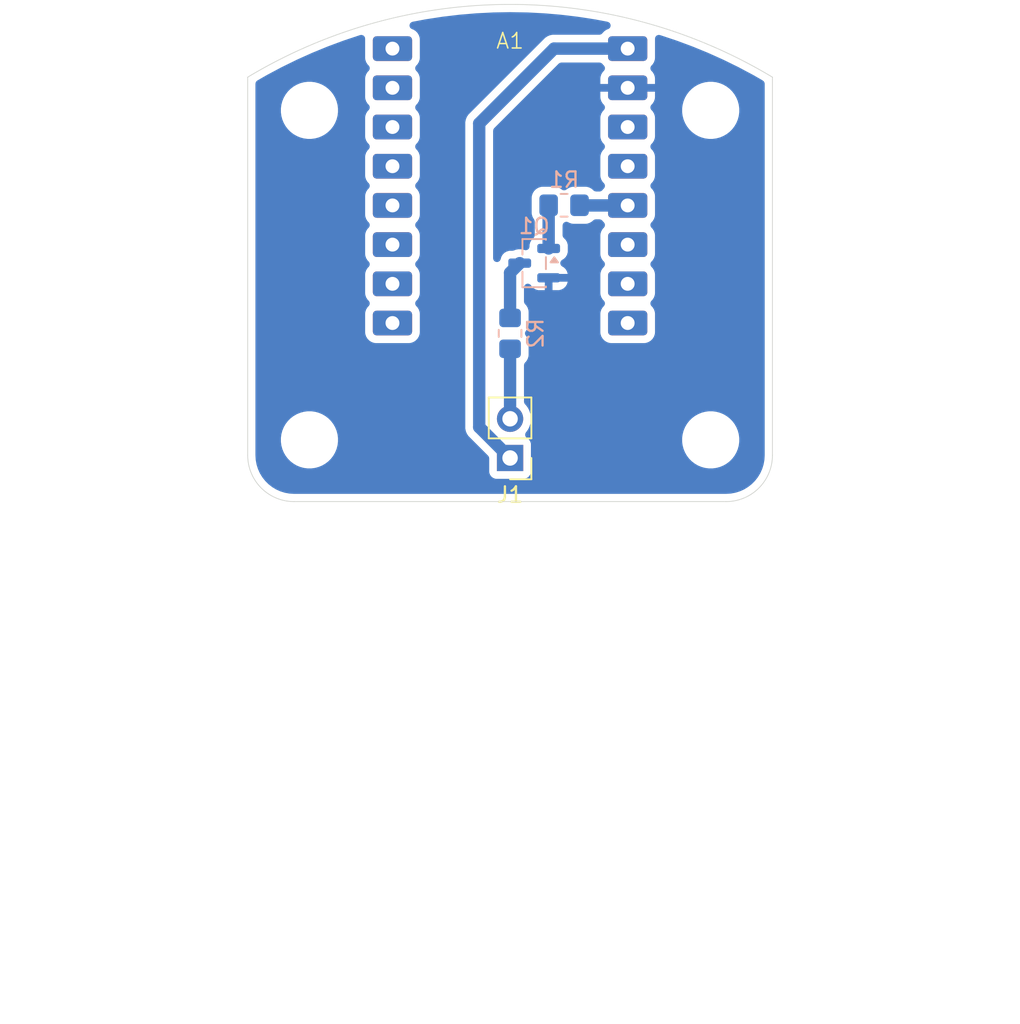
<source format=kicad_pcb>
(kicad_pcb (version 20241229) (generator "pcbnew") (generator_version "9.0")
  (title_block (title "Mini Christmas Tree Light Controller") (date "2025-12-02") (company "Perry Leumas"))
  (layers (0 "F.Cu" signal) (2 "B.Cu" signal) (13 "F.Paste" user) (15 "B.Paste" user) (5 "F.SilkS" user "F.Silkscreen") (7 "B.SilkS" user "B.Silkscreen") (1 "F.Mask" user) (3 "B.Mask" user) (25 "Edge.Cuts" user))
  (net 0 "")
  (net 6 "+5V")
  (net 7 "GND")
  (net 14 "Net-(J1-Pin_2)")
  (net 15 "Net-(Q1-B)")
  (net 16 "Net-(Q1-C)")
  (net 17 "/LED_STRING_CTRL")
  (footprint "MountingHole:MountingHole_3.2mm_M3" (layer "F.Cu") (at 127 95.5)
    (property "Reference" "H3" (hide yes))
    (property "Value" "MountingHole" (hide yes))
    (pad "" np_thru_hole circle (at 0 0) (size 3.2 3.2) (drill 3.2) (layers "*.Cu" "*.Mask"))
  )
  (footprint "Connector_PinHeader_2.54mm:PinHeader_1x02_P2.54mm_Vertical" (layer "F.Cu") (at 140 96.675 180)
    (property "Reference" "J1" (at 0 -2.38 0) (layer "F.SilkS"))
    (property "Value" "Conn_01x02")
    (fp_line (start 1.38 1.27) (end 1.38 3.92) (stroke (width 0.12)) (layer "F.SilkS"))
    (fp_line (start -1.38 3.92) (end 1.38 3.92) (stroke (width 0.12)) (layer "F.SilkS"))
    (fp_line (start -1.38 1.27) (end 1.38 1.27) (stroke (width 0.12)) (layer "F.SilkS"))
    (fp_line (start -1.38 1.27) (end -1.38 3.92) (stroke (width 0.12)) (layer "F.SilkS"))
    (fp_line (start -1.38 0) (end -1.38 -1.38) (stroke (width 0.12)) (layer "F.SilkS"))
    (fp_line (start -1.38 -1.38) (end 0 -1.38) (stroke (width 0.12)) (layer "F.SilkS"))
    (pad "1" thru_hole rect (at 0 0 180) (size 1.7 1.7) (drill 1) (layers "*.Cu" "*.Mask") (net 6 "+5V"))
    (pad "2" thru_hole circle (at 0 2.54 180) (size 1.7 1.7) (drill 1) (layers "*.Cu" "*.Mask") (net 14 "Net-(J1-Pin_2)"))
  )
  (footprint "MountingHole:MountingHole_3.2mm_M3" (layer "F.Cu") (at 127 74.15)
    (property "Reference" "H1" (hide yes))
    (property "Value" "MountingHole" (hide yes))
    (pad "" np_thru_hole circle (at 0 0) (size 3.2 3.2) (drill 3.2) (layers "*.Cu" "*.Mask"))
  )
  (footprint "MountingHole:MountingHole_3.2mm_M3" (layer "F.Cu") (at 153 95.5)
    (property "Reference" "H4" (hide yes))
    (property "Value" "MountingHole" (hide yes))
    (pad "" np_thru_hole circle (at 0 0) (size 3.2 3.2) (drill 3.2) (layers "*.Cu" "*.Mask"))
  )
  (footprint "MountingHole:MountingHole_3.2mm_M3" (layer "F.Cu") (at 153 74.15)
    (property "Reference" "H2" (hide yes))
    (property "Value" "MountingHole" (hide yes))
    (pad "" np_thru_hole circle (at 0 0) (size 3.2 3.2) (drill 3.2) (layers "*.Cu" "*.Mask"))
  )
  (footprint "ESP32-C3_SuperMini:ESP32-C3 Super Mini" (layer "F.Cu") (at 140 70.15)
    (property "Reference" "A1" (at 0 -0.5 0) (layer "F.SilkS") (effects (font (thickness 0.1))))
    (property "Value" "ESP-C3 Super Mini")
    (pad "1" thru_hole roundrect (at -7.62 0) (size 2.54 1.6) (drill 0.9) (layers "*.Cu" "*.Mask") (roundrect_rratio 0.15))
    (pad "2" thru_hole roundrect (at -7.62 2.54) (size 2.54 1.6) (drill 0.9) (layers "*.Cu" "*.Mask") (roundrect_rratio 0.15))
    (pad "3" thru_hole roundrect (at -7.62 5.08) (size 2.54 1.6) (drill 0.9) (layers "*.Cu" "*.Mask") (roundrect_rratio 0.15))
    (pad "4" thru_hole roundrect (at -7.62 7.62) (size 2.54 1.6) (drill 0.9) (layers "*.Cu" "*.Mask") (roundrect_rratio 0.15))
    (pad "5" thru_hole roundrect (at -7.62 10.16) (size 2.54 1.6) (drill 0.9) (layers "*.Cu" "*.Mask") (roundrect_rratio 0.15))
    (pad "6" thru_hole roundrect (at -7.62 12.7) (size 2.54 1.6) (drill 0.9) (layers "*.Cu" "*.Mask") (roundrect_rratio 0.15))
    (pad "7" thru_hole roundrect (at -7.62 15.24) (size 2.54 1.6) (drill 0.9) (layers "*.Cu" "*.Mask") (roundrect_rratio 0.15))
    (pad "8" thru_hole roundrect (at -7.62 17.78) (size 2.54 1.6) (drill 0.9) (layers "*.Cu" "*.Mask") (roundrect_rratio 0.15))
    (pad "9" thru_hole roundrect (at 7.62 17.78) (size 2.54 1.6) (drill 0.9) (layers "*.Cu" "*.Mask") (roundrect_rratio 0.15))
    (pad "10" thru_hole roundrect (at 7.62 15.24) (size 2.54 1.6) (drill 0.9) (layers "*.Cu" "*.Mask") (roundrect_rratio 0.15))
    (pad "11" thru_hole roundrect (at 7.62 12.7) (size 2.54 1.6) (drill 0.9) (layers "*.Cu" "*.Mask") (roundrect_rratio 0.15))
    (pad "12" thru_hole roundrect (at 7.62 10.16) (size 2.54 1.6) (drill 0.9) (layers "*.Cu" "*.Mask") (roundrect_rratio 0.15) (net 17 "/LED_STRING_CTRL"))
    (pad "13" thru_hole roundrect (at 7.62 7.62) (size 2.54 1.6) (drill 0.9) (layers "*.Cu" "*.Mask") (roundrect_rratio 0.15))
    (pad "14" thru_hole roundrect (at 7.62 5.08) (size 2.54 1.6) (drill 0.9) (layers "*.Cu" "*.Mask") (roundrect_rratio 0.15))
    (pad "15" thru_hole roundrect (at 7.62 2.54) (size 2.54 1.6) (drill 0.9) (layers "*.Cu" "*.Mask") (roundrect_rratio 0.15) (net 7 "GND"))
    (pad "16" thru_hole roundrect (at 7.62 0) (size 2.54 1.6) (drill 0.9) (layers "*.Cu" "*.Mask") (roundrect_rratio 0.15) (net 6 "+5V"))
  )
  (footprint "Resistor_SMD:R_0805_2012Metric_Pad1.20x1.40mm_HandSolder" (layer "B.Cu") (at 143.5 80.3 180)
    (property "Reference" "R1" (at 0 1.65 0) (layer "B.SilkS") (effects (justify mirror)))
    (property "Value" "R")
    (fp_line (start -0.227064 0.735) (end 0.227064 0.735) (stroke (width 0.12)) (layer "B.SilkS"))
    (fp_line (start -0.227064 -0.735) (end 0.227064 -0.735) (stroke (width 0.12)) (layer "B.SilkS"))
    (pad "1" smd roundrect (at -1 0 180) (size 1.2 1.4) (layers "B.Cu" "B.Mask" "B.Paste") (roundrect_rratio 0.208333) (net 17 "/LED_STRING_CTRL"))
    (pad "2" smd roundrect (at 1 0 180) (size 1.2 1.4) (layers "B.Cu" "B.Mask" "B.Paste") (roundrect_rratio 0.208333) (net 15 "Net-(Q1-B)"))
  )
  (footprint "Resistor_SMD:R_0805_2012Metric_Pad1.20x1.40mm_HandSolder" (layer "B.Cu") (at 140 88.6 90)
    (property "Reference" "R2" (at 0 1.65 90) (layer "B.SilkS") (effects (justify mirror)))
    (property "Value" "R")
    (fp_line (start -0.227064 -0.735) (end 0.227064 -0.735) (stroke (width 0.12)) (layer "B.SilkS"))
    (fp_line (start -0.227064 0.735) (end 0.227064 0.735) (stroke (width 0.12)) (layer "B.SilkS"))
    (pad "1" smd roundrect (at -1 0 90) (size 1.2 1.4) (layers "B.Cu" "B.Mask" "B.Paste") (roundrect_rratio 0.208333) (net 14 "Net-(J1-Pin_2)"))
    (pad "2" smd roundrect (at 1 0 90) (size 1.2 1.4) (layers "B.Cu" "B.Mask" "B.Paste") (roundrect_rratio 0.208333) (net 16 "Net-(Q1-C)"))
  )
  (footprint "Package_TO_SOT_SMD:SOT-23" (layer "B.Cu") (at 141.5625 84.05 180)
    (property "Reference" "Q1" (at 0 2.4 0) (layer "B.SilkS") (effects (justify mirror)))
    (property "Value" "BC817")
    (fp_line (start 0.76 1.56) (end 0.76 0.56) (stroke (width 0.12)) (layer "B.SilkS"))
    (fp_line (start 0.76 -0.56) (end 0.76 -1.56) (stroke (width 0.12)) (layer "B.SilkS"))
    (fp_line (start 0.76 -1.56) (end -0.76 -1.56) (stroke (width 0.12)) (layer "B.SilkS"))
    (fp_line (start -0.76 1.56) (end 0.76 1.56) (stroke (width 0.12)) (layer "B.SilkS"))
    (fp_line (start -0.76 1.51) (end -0.76 1.56) (stroke (width 0.12)) (layer "B.SilkS"))
    (fp_line (start -0.76 -0.39) (end -0.76 0.39) (stroke (width 0.12)) (layer "B.SilkS"))
    (fp_line (start -0.76 -1.56) (end -0.76 -1.51) (stroke (width 0.12)) (layer "B.SilkS"))
    (fp_poly (pts (xy -1.3 0.38) (xy -1.06 0.05) (xy -1.54 0.05)) (stroke (width 0.12)) (fill yes) (layer "B.SilkS"))
    (pad "1" smd roundrect (at -0.9375 0.95 180) (size 1.475 0.6) (layers "B.Cu" "B.Mask" "B.Paste") (net 15 "Net-(Q1-B)"))
    (pad "2" smd roundrect (at -0.9375 -0.95 180) (size 1.475 0.6) (layers "B.Cu" "B.Mask" "B.Paste") (net 7 "GND"))
    (pad "3" smd roundrect (at 0.9375 0 180) (size 1.475 0.6) (layers "B.Cu" "B.Mask" "B.Paste") (net 16 "Net-(Q1-C)"))
  )
  (gr_line (start 123 96.5) (end 123 72) (stroke (width 0.05)) (layer "Edge.Cuts"))
  (gr_arc (start 123 72) (mid 140 67.286518) (end 157 72) (stroke (width 0.05)) (layer "Edge.Cuts"))
  (gr_arc (start 157 96.5) (mid 156.12132 98.62132) (end 154 99.5) (stroke (width 0.05)) (layer "Edge.Cuts"))
  (gr_line (start 154 99.5) (end 126 99.5) (stroke (width 0.05)) (layer "Edge.Cuts"))
  (gr_line (start 157 72) (end 157 96.5) (stroke (width 0.05)) (layer "Edge.Cuts"))
  (gr_arc (start 126 99.5) (mid 123.87868 98.62132) (end 123 96.5) (stroke (width 0.05)) (layer "Edge.Cuts"))
  (segment (start 138 94.675) (end 138 75) (width 0.8) (layer "B.Cu") (net 6))
  (segment (start 142.85 70.15) (end 147.62 70.15) (width 0.8) (layer "B.Cu") (net 6))
  (segment (start 140 96.675) (end 138 94.675) (width 0.8) (layer "B.Cu") (net 6))
  (segment (start 138 75) (end 142.85 70.15) (width 0.8) (layer "B.Cu") (net 6))
  (segment (start 140 89.6) (end 140 94.135) (width 0.8) (layer "B.Cu") (net 14))
  (segment (start 142.5 80.3) (end 142.5 83.1) (width 0.8) (layer "B.Cu") (net 15))
  (segment (start 140 87.6) (end 140 84.675) (width 0.8) (layer "B.Cu") (net 16))
  (segment (start 140 84.675) (end 140.625 84.05) (width 0.8) (layer "B.Cu") (net 16))
  (segment (start 147.62 80.31) (end 144.51 80.31) (width 0.8) (layer "B.Cu") (net 17))
  (segment (start 144.51 80.31) (end 144.5 80.3) (width 0.8) (layer "B.Cu") (net 17))
  (zone (net 7) (net_name "GND") (layer "B.Cu") (connect_pads (clearance 0.5)) (min_thickness 0.5) (fill yes (thermal_gap 0.5) (thermal_bridge_width 0.5))
    (polygon (pts (xy 122 100) (xy 158 100) (xy 158 67) (xy 122 67)))
  )
)
</source>
